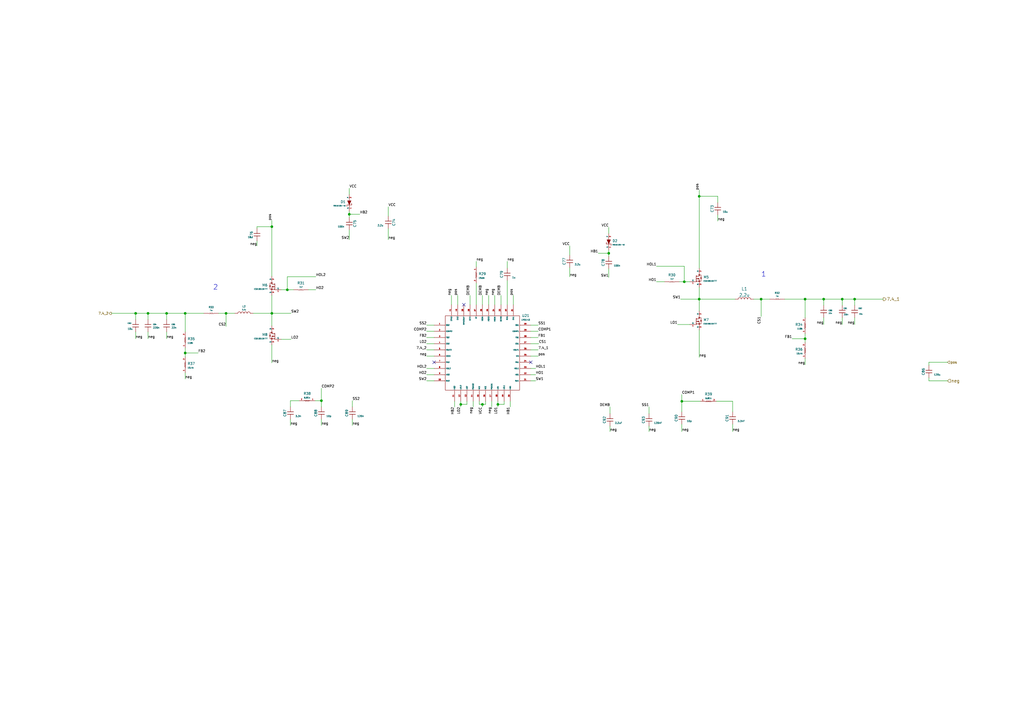
<source format=kicad_sch>
(kicad_sch (version 20211123) (generator eeschema)
  (paper "A3")
  (title_block (title "3D robot project - electronics") (rev "v0.9") (comment 1 "made by:") (comment 2 "AbdAlHaleem Bakkor Mustafa"))
  (lib_symbols
    (symbol "Capacitors:C0603xxxxxxxxxxx" (pin_numbers hide) (pin_names (offset 1.651) hide)
      (property "Reference" "C" (at 0 2.286 0))
      (property "Value" "C0603xxxxxxxxxxx" (at 0 -2.54 0))
      (symbol "C0603xxxxxxxxxxx_1_1"
        (polyline (pts (xy -0.508 -1.27) (xy -0.508 1.27)) (stroke (width 0.2032)))
        (polyline (pts (xy 0.508 -1.27) (xy 0.508 1.27)) (stroke (width 0.2032)))
        (pin unspecified line (at -2.54 0 0) (length 2) (name "") (number "1"))
        (pin unspecified line (at 2.54 0 180) (length 2) (name "2") (number "2"))
      )
    )
    (symbol "Device:L" (pin_numbers hide) (pin_names (offset 1.016) hide)
      (property "Reference" "L" (at -1.27 0 90))
      (property "Value" "L" (at 1.905 0 90))
      (symbol "L_0_1"
        (arc (start 0 -2.54) (mid 0.635 -1.905) (end 0 -1.27))
        (arc (start 0 -1.27) (mid 0.635 -0.635) (end 0 0))
        (arc (start 0 0) (mid 0.635 0.635) (end 0 1.27))
        (arc (start 0 1.27) (mid 0.635 1.905) (end 0 2.54))
      )
      (symbol "L_1_1"
        (pin passive line (at 0 3.81 270) (length 1.27) (name "1") (number "1"))
        (pin passive line (at 0 -3.81 90) (length 1.27) (name "2") (number "2"))
      )
    )
    (symbol "Diodes:RB161QS-40" (pin_names (offset 0))
      (property "Reference" "D" (at 0 2.286 0))
      (property "Value" "RB161QS-40" (at 0 -2.286 0))
      (symbol "RB161QS-40_0_1"
        (polyline (pts (xy 0.762 -0.762) (xy 0.762 0.762) (xy -1.016 0) (xy 0.762 -0.762)) (stroke (width 0.1)) (fill (type outline)))
        (polyline (pts (xy -1.524 -0.762) (xy -1.524 -1.016) (xy -1.016 -1.016) (xy -1.016 1.016) (xy -0.508 1.016) (xy -0.508 0.762)) (stroke (width 0.1524)))
      )
      (symbol "RB161QS-40_1_1"
        (pin unspecified line (at -3.556 0 0) (length 2.5) (name "N") (number "1"))
        (pin unspecified line (at 3.302 0 180) (length 2.5) (name "P") (number "2"))
      )
    )
    (symbol "E-MOSFETs:CSD18510KTTT" (pin_names (offset 0))
      (property "Reference" "M" (at 3.048 0.762 0))
      (property "Value" "CSD18510KTTT" (at 5.334 -0.762 0))
      (symbol "CSD18510KTTT_0_1"
        (circle (center 0 -1.016) (radius 0.254) (stroke (width 0.05)) (fill (type outline)))
        (polyline (pts (xy -1.27 -1.27) (xy -1.27 1.27)) (stroke (width 0.1524)))
        (polyline (pts (xy -1.016 -1.27) (xy -1.016 -0.762)) (stroke (width 0.1524)))
        (polyline (pts (xy -1.016 -0.254) (xy -1.016 0.254)) (stroke (width 0.1524)))
        (polyline (pts (xy -1.016 0.762) (xy -1.016 1.27)) (stroke (width 0.1524)))
        (polyline (pts (xy 0.508 0.508) (xy 1.016 0.508)) (stroke (width 0.1524)))
        (polyline (pts (xy -1.016 1.016) (xy 0 1.016) (xy 0 1.27)) (stroke (width 0.1524)))
        (polyline (pts (xy 0 1.524) (xy 0.762 1.524) (xy 0.762 0.508)) (stroke (width 0.1524)))
        (polyline (pts (xy 0.762 0) (xy 0.762 -1.016) (xy 0 -1.016)) (stroke (width 0.1524)))
        (polyline (pts (xy -1.016 0) (xy 0 0) (xy 0 -1.016) (xy -1.016 -1.016)) (stroke (width 0.1524)))
        (polyline (pts (xy -0.254 0.254) (xy -0.762 0) (xy -0.254 -0.254) (xy -0.254 0.254)) (stroke (width 0.1)) (fill (type outline)))
        (polyline (pts (xy 1.016 0) (xy 0.762 0.508) (xy 0.508 0) (xy 1.016 0)) (stroke (width 0.1)) (fill (type outline)))
        (circle (center 0 1.524) (radius 0.254) (stroke (width 0.01)) (fill (type outline)))
      )
      (symbol "CSD18510KTTT_1_1"
        (pin unspecified line (at -3.81 -1.27 0) (length 2.5) (name "G") (number "1"))
        (pin unspecified line (at 0 4.318 270) (length 2.5) (name "D") (number "2"))
        (pin unspecified line (at 0 -3.556 90) (length 2.5) (name "S") (number "3"))
      )
    )
    (symbol "ICs:LM5143" (pin_names (offset 0.25))
      (property "Reference" "U" (at 14.732 16.002 0))
      (property "Value" "LM5143" (at 14.224 -16.002 0))
      (symbol "LM5143_1_1"
        (rectangle (start -15.24 15.24) (end 15.24 -15.24) (stroke (width 0.1524)))
        (pin bidirectional line (at -19.812 11.43 0) (length 4.5) (name "SS2") (number "1"))
        (pin bidirectional line (at -19.812 -11.43 0) (length 4.5) (name "SW2") (number "10"))
        (pin bidirectional line (at -11.43 -19.812 90) (length 4.5) (name "HB2") (number "11"))
        (pin bidirectional line (at -8.89 -19.812 90) (length 4.5) (name "LOL2") (number "12"))
        (pin bidirectional line (at -6.35 -19.812 90) (length 4.5) (name "LO2") (number "13"))
        (pin power_in line (at -3.81 -19.812 90) (length 4.5) (name "PGND2") (number "14"))
        (pin power_in line (at -1.27 -19.812 90) (length 4.5) (name "VCC") (number "15"))
        (pin power_in line (at 1.27 -19.812 90) (length 4.5) (name "VCC") (number "16"))
        (pin power_in line (at 3.81 -19.812 90) (length 4.5) (name "PGND1") (number "17"))
        (pin bidirectional line (at 6.35 -19.812 90) (length 4.5) (name "LO1") (number "18"))
        (pin bidirectional line (at 8.89 -19.812 90) (length 4.5) (name "LOL1") (number "19"))
        (pin bidirectional line (at -19.812 8.89 0) (length 4.5) (name "COMP2") (number "2"))
        (pin bidirectional line (at 11.43 -19.812 90) (length 4.5) (name "HB1") (number "20"))
        (pin bidirectional line (at 19.812 -11.43 180) (length 4.5) (name "SW1") (number "21"))
        (pin bidirectional line (at 19.812 -8.89 180) (length 4.5) (name "HO1") (number "22"))
        (pin bidirectional line (at 19.812 -6.35 180) (length 4.5) (name "HOL1") (number "23"))
        (pin bidirectional line (at 19.812 -3.81 180) (length 4.5) (name "PG1") (number "24"))
        (pin power_in line (at 19.812 -1.27 180) (length 4.5) (name "VIN") (number "25"))
        (pin output line (at 19.812 1.27 180) (length 4.5) (name "VOUT1") (number "26"))
        (pin bidirectional line (at 19.812 3.81 180) (length 4.5) (name "CS1") (number "27"))
        (pin bidirectional line (at 19.812 6.35 180) (length 4.5) (name "FB1") (number "28"))
        (pin bidirectional line (at 19.812 8.89 180) (length 4.5) (name "COMP1") (number "29"))
        (pin bidirectional line (at -19.812 6.35 0) (length 4.5) (name "FB2") (number "3"))
        (pin bidirectional line (at 19.812 11.43 180) (length 4.5) (name "SS1") (number "30"))
        (pin bidirectional line (at 12.7 19.812 270) (length 4.5) (name "EN1") (number "31"))
        (pin output line (at 10.16 19.812 270) (length 4.5) (name "RES") (number "32"))
        (pin input line (at 7.62 19.812 270) (length 4.5) (name "DEMB") (number "33"))
        (pin input line (at 5.08 19.812 270) (length 4.5) (name "MODE") (number "34"))
        (pin power_in line (at 2.54 19.812 270) (length 4.5) (name "AGND") (number "35"))
        (pin power_in line (at 0 19.812 270) (length 4.5) (name "VDDA") (number "36"))
        (pin input line (at -2.54 19.812 270) (length 4.5) (name "RT") (number "37"))
        (pin input line (at -5.08 19.812 270) (length 4.5) (name "DITH") (number "38"))
        (pin output line (at -7.62 19.812 270) (length 4.5) (name "SYNCOUT") (number "39"))
        (pin bidirectional line (at -19.812 3.81 0) (length 4.5) (name "CS2") (number "4"))
        (pin bidirectional line (at -10.16 19.812 270) (length 4.5) (name "EN2") (number "40"))
        (pin power_in line (at -12.7 19.812 270) (length 4.5) (name "EPAD") (number "41"))
        (pin output line (at -19.812 1.27 0) (length 4.5) (name "VOUT2") (number "5"))
        (pin power_in line (at -19.812 -1.27 0) (length 4.5) (name "VCCX") (number "6"))
        (pin bidirectional line (at -19.812 -3.81 0) (length 4.5) (name "PG2") (number "7"))
        (pin bidirectional line (at -19.812 -6.35 0) (length 4.5) (name "HOL2") (number "8"))
        (pin bidirectional line (at -19.812 -8.89 0) (length 4.5) (name "HO2") (number "9"))
      )
    )
    (symbol "Resistors:MCR03EZPFL" (pin_numbers hide) (pin_names (offset 0) hide)
      (property "Reference" "R" (at 0 1.27 0))
      (property "Value" "MCR03EZPFL" (at 0 -1.27 0))
      (symbol "MCR03EZPFL_0_1"
        (polyline (pts (xy -0.762 -0.254) (xy -1.016 0)) (stroke (width 0.1)))
      )
      (symbol "MCR03EZPFL_1_1"
        (polyline (pts (xy -0.762 -0.254) (xy -0.508 0.254)) (stroke (width 0.1)))
        (polyline (pts (xy -0.508 0.254) (xy -0.254 -0.254)) (stroke (width 0.1)))
        (polyline (pts (xy -0.254 -0.254) (xy 0 0.254)) (stroke (width 0.1)))
        (polyline (pts (xy 0 0.254) (xy 0.254 -0.254)) (stroke (width 0.1)))
        (polyline (pts (xy 0.254 -0.254) (xy 0.508 0.254)) (stroke (width 0.1)))
        (polyline (pts (xy 0.508 0.254) (xy 0.762 -0.254)) (stroke (width 0.1)))
        (polyline (pts (xy 0.762 -0.254) (xy 1.016 0)) (stroke (width 0.1)))
        (pin unspecified line (at -3.048 0 0) (length 2) (name "1") (number "1"))
        (pin unspecified line (at 3.048 0 180) (length 2) (name "2") (number "2"))
      )
    )
    (symbol "Resistors:MCR03EZPFX" (pin_names (offset 0))
      (property "Reference" "R" (at 0 1.778 0))
      (property "Value" "MCR03EZPFX" (at 0 -2.032 0))
      (symbol "MCR03EZPFX_0_1"
        (polyline (pts (xy -1.27 0) (xy -1.016 -0.254) (xy -0.762 0.254) (xy -0.508 -0.254) (xy -0.254 0.254) (xy 0 -0.254) (xy 0.254 0.254) (xy 0.508 -0.254) (xy 0.762 0.254) (xy 1.016 -0.254) (xy 1.27 0)) (stroke (width 0.1524)))
      )
      (symbol "MCR03EZPFX_1_1"
        (pin passive line (at -3.302 0 0) (length 2) (name "") (number "1"))
        (pin passive line (at 3.302 0 180) (length 2) (name "") (number "2"))
      )
    )
    (symbol "Resistors:UCR18EVH" (pin_numbers hide) (pin_names (offset 0) hide)
      (property "Reference" "R" (at 0 1.524 0))
      (property "Value" "UCR18EVH" (at 0 -1.778 0))
      (symbol "UCR18EVH_0_1"
        (polyline (pts (xy -0.762 -0.254) (xy -1.016 0)) (stroke (width 0.1)))
      )
      (symbol "UCR18EVH_1_1"
        (polyline (pts (xy -0.762 -0.254) (xy -0.508 0.254)) (stroke (width 0.1)))
        (polyline (pts (xy -0.508 0.254) (xy -0.254 -0.254)) (stroke (width 0.1)))
        (polyline (pts (xy -0.254 -0.254) (xy 0 0.254)) (stroke (width 0.1)))
        (polyline (pts (xy 0 0.254) (xy 0.254 -0.254)) (stroke (width 0.1)))
        (polyline (pts (xy 0.254 -0.254) (xy 0.508 0.254)) (stroke (width 0.1)))
        (polyline (pts (xy 0.508 0.254) (xy 0.762 -0.254)) (stroke (width 0.1)))
        (polyline (pts (xy 0.762 -0.254) (xy 1.016 0)) (stroke (width 0.1)))
        (pin unspecified line (at -3.048 0 0) (length 2) (name "") (number "1"))
        (pin unspecified line (at 3.048 0 180) (length 2) (name "") (number "2"))
      )
    )
  )
  (junction (at 111.506 128.524))
  (junction (at 143.256 87.884))
  (junction (at 286.766 122.682))
  (junction (at 204.216 165.862))
  (junction (at 279.654 164.592))
  (junction (at 345.44 122.682))
  (junction (at 330.2 122.682))
  (junction (at 75.946 144.78))
  (junction (at 188.976 165.862))
  (junction (at 197.866 165.862))
  (junction (at 350.52 122.682))
  (junction (at 92.71 128.524))
  (junction (at 312.166 122.682))
  (junction (at 280.67 115.57))
  (junction (at 60.706 128.524))
  (junction (at 337.82 122.682))
  (junction (at 111.506 92.964))
  (junction (at 117.856 118.872))
  (junction (at 55.626 128.524))
  (junction (at 286.766 80.518))
  (junction (at 330.2 138.938))
  (junction (at 75.946 128.524))
  (junction (at 131.826 164.338))
  (junction (at 249.682 103.886))
  (junction (at 68.326 128.524))
  (no_connect (at 178.054 148.59))
  (no_connect (at 217.678 148.59))
  (no_connect (at 190.246 124.968))
  (wire (pts (xy 115.316 139.192) (xy 119.38 139.192)))
  (wire (pts (xy 68.326 128.524) (xy 75.946 128.524)))
  (wire (pts (xy 111.506 128.524) (xy 119.38 128.524)))
  (wire (pts (xy 119.126 164.338) (xy 122.682 164.338)))
  (wire (pts (xy 350.52 122.682) (xy 362.204 122.682)))
  (wire (pts (xy 330.2 147.066) (xy 330.2 149.606)))
  (wire (pts (xy 280.67 109.22) (xy 269.24 109.22)))
  (wire (pts (xy 217.678 153.67) (xy 219.71 153.67)))
  (wire (pts (xy 330.2 138.938) (xy 330.2 140.462)))
  (wire (pts (xy 330.2 122.682) (xy 337.82 122.682)))
  (wire (pts (xy 131.826 171.958) (xy 131.826 174.498)))
  (wire (pts (xy 75.946 128.524) (xy 75.946 136.144)))
  (wire (pts (xy 117.856 118.872) (xy 117.856 113.538)))
  (wire (pts (xy 175.006 138.43) (xy 178.054 138.43)))
  (wire (pts (xy 197.866 165.862) (xy 197.866 166.878)))
  (wire (pts (xy 286.766 117.856) (xy 286.766 122.682)))
  (wire (pts (xy 208.026 107.188) (xy 208.026 109.982)))
  (wire (pts (xy 269.24 115.57) (xy 272.542 115.57)))
  (wire (pts (xy 115.316 118.872) (xy 117.856 118.872)))
  (wire (pts (xy 105.41 93.726) (xy 105.41 92.964)))
  (wire (pts (xy 309.118 122.682) (xy 312.166 122.682)))
  (wire (pts (xy 249.682 110.236) (xy 249.682 113.792)))
  (wire (pts (xy 75.946 128.524) (xy 83.566 128.524)))
  (wire (pts (xy 217.678 156.21) (xy 219.71 156.21)))
  (wire (pts (xy 388.62 156.21) (xy 381 156.21)))
  (wire (pts (xy 175.006 143.51) (xy 178.054 143.51)))
  (wire (pts (xy 208.026 115.062) (xy 208.026 124.968)))
  (wire (pts (xy 217.678 138.43) (xy 220.726 138.43)))
  (wire (pts (xy 300.482 173.99) (xy 300.482 177.038)))
  (wire (pts (xy 105.41 92.964) (xy 111.506 92.964)))
  (wire (pts (xy 196.596 164.592) (xy 196.596 165.862)))
  (wire (pts (xy 55.626 136.144) (xy 55.626 138.938)))
  (wire (pts (xy 350.52 122.682) (xy 350.52 125.222)))
  (wire (pts (xy 201.676 164.592) (xy 201.676 166.878)))
  (wire (pts (xy 175.006 156.21) (xy 178.054 156.21)))
  (wire (pts (xy 103.886 128.524) (xy 111.506 128.524)))
  (wire (pts (xy 143.256 77.216) (xy 143.256 79.756)))
  (wire (pts (xy 143.256 86.614) (xy 143.256 87.884)))
  (wire (pts (xy 286.766 80.518) (xy 286.766 109.982)))
  (wire (pts (xy 205.486 121.158) (xy 205.486 124.968)))
  (wire (pts (xy 119.126 166.878) (xy 119.126 164.338)))
  (wire (pts (xy 300.482 164.592) (xy 300.482 168.91)))
  (wire (pts (xy 111.506 141.478) (xy 111.506 148.844)))
  (wire (pts (xy 92.71 128.524) (xy 92.71 133.858)))
  (wire (pts (xy 337.82 122.682) (xy 337.82 125.222)))
  (wire (pts (xy 60.706 136.144) (xy 60.706 138.938)))
  (wire (pts (xy 321.818 122.682) (xy 330.2 122.682)))
  (wire (pts (xy 199.136 164.592) (xy 199.136 165.862)))
  (wire (pts (xy 266.192 174.752) (xy 266.192 177.038)))
  (wire (pts (xy 286.766 77.978) (xy 286.766 80.518)))
  (wire (pts (xy 89.662 128.524) (xy 92.71 128.524)))
  (wire (pts (xy 197.866 165.862) (xy 199.136 165.862)))
  (wire (pts (xy 294.386 83.058) (xy 294.386 80.518)))
  (wire (pts (xy 144.526 164.338) (xy 144.526 166.878)))
  (wire (pts (xy 187.706 121.158) (xy 187.706 124.968)))
  (wire (pts (xy 202.946 121.158) (xy 202.946 124.968)))
  (wire (pts (xy 330.2 136.906) (xy 330.2 138.938)))
  (wire (pts (xy 277.876 133.096) (xy 282.956 133.096)))
  (wire (pts (xy 287.274 164.592) (xy 279.654 164.592)))
  (wire (pts (xy 217.678 135.89) (xy 220.726 135.89)))
  (wire (pts (xy 388.62 148.59) (xy 381 148.59)))
  (wire (pts (xy 345.44 122.682) (xy 345.44 125.222)))
  (wire (pts (xy 209.296 164.592) (xy 209.296 166.878)))
  (wire (pts (xy 195.326 107.188) (xy 195.326 109.474)))
  (wire (pts (xy 250.19 174.752) (xy 250.19 177.038)))
  (wire (pts (xy 217.678 146.05) (xy 220.726 146.05)))
  (wire (pts (xy 159.258 84.836) (xy 159.258 88.646)))
  (wire (pts (xy 55.626 128.524) (xy 60.706 128.524)))
  (wire (pts (xy 119.126 171.958) (xy 119.126 174.498)))
  (wire (pts (xy 249.682 102.616) (xy 249.682 103.886)))
  (wire (pts (xy 111.506 128.524) (xy 111.506 133.604)))
  (wire (pts (xy 293.878 164.592) (xy 300.482 164.592)))
  (wire (pts (xy 286.766 135.382) (xy 286.766 146.558)))
  (wire (pts (xy 126.492 118.872) (xy 129.54 118.872)))
  (wire (pts (xy 117.856 118.872) (xy 120.396 118.872)))
  (wire (pts (xy 144.526 171.958) (xy 144.526 174.498)))
  (wire (pts (xy 188.976 165.862) (xy 191.516 165.862)))
  (wire (pts (xy 92.71 128.524) (xy 96.266 128.524)))
  (wire (pts (xy 279.654 161.798) (xy 279.654 164.592)))
  (wire (pts (xy 279.654 164.592) (xy 279.654 168.91)))
  (wire (pts (xy 197.866 121.158) (xy 197.866 124.968)))
  (wire (pts (xy 280.67 115.57) (xy 282.956 115.57)))
  (wire (pts (xy 279.146 122.682) (xy 286.766 122.682)))
  (wire (pts (xy 159.258 93.726) (xy 159.258 98.298)))
  (wire (pts (xy 250.19 166.878) (xy 250.19 169.672)))
  (wire (pts (xy 345.44 130.302) (xy 345.44 133.096)))
  (wire (pts (xy 111.506 92.964) (xy 111.506 113.284)))
  (wire (pts (xy 60.706 128.524) (xy 60.706 131.064)))
  (wire (pts (xy 75.946 144.78) (xy 81.28 144.78)))
  (wire (pts (xy 210.566 121.158) (xy 210.566 124.968)))
  (wire (pts (xy 266.192 166.878) (xy 266.192 169.672)))
  (wire (pts (xy 249.682 93.218) (xy 249.682 95.758)))
  (wire (pts (xy 75.946 142.748) (xy 75.946 144.78)))
  (wire (pts (xy 75.946 152.908) (xy 75.946 155.448)))
  (wire (pts (xy 111.506 90.424) (xy 111.506 92.964)))
  (wire (pts (xy 312.166 122.682) (xy 315.722 122.682)))
  (wire (pts (xy 381 148.59) (xy 381 149.86)))
  (wire (pts (xy 278.638 115.57) (xy 280.67 115.57)))
  (wire (pts (xy 245.364 103.886) (xy 249.682 103.886)))
  (wire (pts (xy 175.006 151.13) (xy 178.054 151.13)))
  (wire (pts (xy 206.756 165.862) (xy 204.216 165.862)))
  (wire (pts (xy 192.786 121.158) (xy 192.786 124.968)))
  (wire (pts (xy 175.006 153.67) (xy 178.054 153.67)))
  (wire (pts (xy 337.82 130.302) (xy 337.82 133.096)))
  (wire (pts (xy 143.256 87.884) (xy 143.256 89.154)))
  (wire (pts (xy 196.596 165.862) (xy 197.866 165.862)))
  (wire (pts (xy 111.506 121.158) (xy 111.506 128.524)))
  (wire (pts (xy 68.326 136.144) (xy 68.326 138.938)))
  (wire (pts (xy 45.72 128.524) (xy 55.626 128.524)))
  (wire (pts (xy 200.406 121.158) (xy 200.406 124.968)))
  (wire (pts (xy 131.826 164.338) (xy 131.826 166.878)))
  (wire (pts (xy 217.678 133.35) (xy 220.726 133.35)))
  (wire (pts (xy 175.006 133.35) (xy 178.054 133.35)))
  (wire (pts (xy 286.766 122.682) (xy 301.498 122.682)))
  (wire (pts (xy 381 154.94) (xy 381 156.21)))
  (wire (pts (xy 233.68 100.838) (xy 233.68 104.648)))
  (wire (pts (xy 330.2 122.682) (xy 330.2 130.302)))
  (wire (pts (xy 206.756 164.592) (xy 206.756 165.862)))
  (wire (pts (xy 217.678 140.97) (xy 220.98 140.97)))
  (wire (pts (xy 286.766 122.682) (xy 286.766 127.508)))
  (wire (pts (xy 217.678 143.51) (xy 220.726 143.51)))
  (wire (pts (xy 175.006 135.89) (xy 178.054 135.89)))
  (wire (pts (xy 175.006 146.05) (xy 178.054 146.05)))
  (wire (pts (xy 188.976 165.862) (xy 188.976 166.878)))
  (wire (pts (xy 350.52 130.302) (xy 350.52 133.096)))
  (wire (pts (xy 249.682 103.886) (xy 249.682 105.156)))
  (wire (pts (xy 117.856 113.538) (xy 129.54 113.538)))
  (wire (pts (xy 194.056 164.592) (xy 194.056 166.878)))
  (wire (pts (xy 233.68 109.728) (xy 233.68 113.538)))
  (wire (pts (xy 294.386 80.518) (xy 286.766 80.518)))
  (wire (pts (xy 191.516 165.862) (xy 191.516 164.592)))
  (wire (pts (xy 204.216 165.862) (xy 204.216 166.878)))
  (wire (pts (xy 75.946 144.78) (xy 75.946 146.304)))
  (wire (pts (xy 188.976 164.592) (xy 188.976 165.862)))
  (wire (pts (xy 345.44 122.682) (xy 350.52 122.682)))
  (wire (pts (xy 143.256 94.234) (xy 143.256 98.298)))
  (wire (pts (xy 55.626 128.524) (xy 55.626 131.064)))
  (wire (pts (xy 330.2 138.938) (xy 324.866 138.938)))
  (wire (pts (xy 129.286 164.338) (xy 131.826 164.338)))
  (wire (pts (xy 105.41 98.806) (xy 105.41 100.838)))
  (wire (pts (xy 280.67 115.57) (xy 280.67 109.22)))
  (wire (pts (xy 204.216 164.592) (xy 204.216 165.862)))
  (wire (pts (xy 60.706 128.524) (xy 68.326 128.524)))
  (wire (pts (xy 312.166 122.682) (xy 312.166 129.794)))
  (wire (pts (xy 217.678 151.13) (xy 219.71 151.13)))
  (wire (pts (xy 195.326 116.078) (xy 195.326 124.968)))
  (wire (pts (xy 185.166 121.158) (xy 185.166 124.968)))
  (wire (pts (xy 131.826 159.258) (xy 131.826 164.338)))
  (wire (pts (xy 337.82 122.682) (xy 345.44 122.682)))
  (wire (pts (xy 294.386 88.138) (xy 294.386 90.678)))
  (wire (pts (xy 147.574 87.884) (xy 143.256 87.884)))
  (wire (pts (xy 186.436 164.592) (xy 186.436 166.878)))
  (wire (pts (xy 175.006 140.97) (xy 178.054 140.97)))
  (wire (pts (xy 68.326 128.524) (xy 68.326 131.064)))
  (wire (pts (xy 279.654 173.99) (xy 279.654 177.038)))
  (text "2" (at 87.376 119.126 0) (effects (font (size 2 2)) (justify left bottom)))
  (text "1" (at 312.166 113.792 0) (effects (font (size 2 2)) (justify left bottom)))
  (label "COMP1" (at 279.654 161.798 0) (effects (font (size 1 1))))
  (label "SS2" (at 144.526 164.338 0) (effects (font (size 1 1))))
  (label "pos" (at 210.566 121.158 90) (effects (font (size 1 1))))
  (label "neg" (at 330.2 149.606 180) (effects (font (size 1 1))))
  (label "neg" (at 60.706 138.938 0) (effects (font (size 1 1))))
  (label "DEMB" (at 205.486 121.158 90) (effects (font (size 1 1))))
  (label "neg" (at 200.406 121.158 90) (effects (font (size 1 1))))
  (label "SS1" (at 266.192 166.878 180) (effects (font (size 1 1))))
  (label "neg" (at 75.946 155.448 0) (effects (font (size 1 1))))
  (label "FB1" (at 220.726 138.43 0) (effects (font (size 1 1))))
  (label "neg" (at 279.654 177.038 0) (effects (font (size 1 1))))
  (label "COMP2" (at 175.006 135.89 180) (effects (font (size 1 1))))
  (label "HO2" (at 175.006 153.67 180) (effects (font (size 1 1))))
  (label "HO2" (at 129.54 118.872 0) (effects (font (size 1 1))))
  (label "DEMB" (at 192.786 121.158 90) (effects (font (size 1 1))))
  (label "COMP2" (at 131.826 159.258 0) (effects (font (size 1 1))))
  (label "CS2" (at 92.71 133.858 180) (effects (font (size 1 1))))
  (label "neg" (at 233.68 113.538 0) (effects (font (size 1 1))))
  (label "HOL1" (at 219.71 151.13 0) (effects (font (size 1 1))))
  (label "neg" (at 119.126 174.498 0) (effects (font (size 1 1))))
  (label "neg" (at 55.626 138.938 0) (effects (font (size 1 1))))
  (label "SW2" (at 143.256 98.298 180) (effects (font (size 1 1))))
  (label "neg" (at 266.192 177.038 0) (effects (font (size 1 1))))
  (label "SS2" (at 175.006 133.35 180) (effects (font (size 1 1))))
  (label "neg" (at 195.326 107.188 0) (effects (font (size 1 1))))
  (label "neg" (at 294.386 90.678 0) (effects (font (size 1 1))))
  (label "neg" (at 185.166 121.158 90) (effects (font (size 1 1))))
  (label "neg" (at 337.82 133.096 180) (effects (font (size 1 1))))
  (label "SW1" (at 219.71 156.21 0) (effects (font (size 1 1))))
  (label "HO1" (at 269.24 115.57 180) (effects (font (size 1 1))))
  (label "neg" (at 159.258 98.298 0) (effects (font (size 1 1))))
  (label "FB2" (at 175.006 138.43 180) (effects (font (size 1 1))))
  (label "neg" (at 286.766 146.558 0) (effects (font (size 1 1))))
  (label "neg" (at 144.526 174.498 0) (effects (font (size 1 1))))
  (label "SW1" (at 249.682 113.792 180) (effects (font (size 1 1))))
  (label "neg" (at 345.44 133.096 180) (effects (font (size 1 1))))
  (label "pos" (at 111.506 90.424 90) (effects (font (size 1 1))))
  (label "LO1" (at 204.216 166.878 270) (effects (font (size 1 1))))
  (label "FB1" (at 324.866 138.938 180) (effects (font (size 1 1))))
  (label "DEMB" (at 197.866 121.158 90) (effects (font (size 1 1))))
  (label "FB2" (at 81.28 144.78 0) (effects (font (size 1 1))))
  (label "neg" (at 250.19 177.038 0) (effects (font (size 1 1))))
  (label "neg" (at 208.026 107.188 0) (effects (font (size 1 1))))
  (label "CS1" (at 220.98 140.97 0) (effects (font (size 1 1))))
  (label "DEMB" (at 250.19 166.878 180) (effects (font (size 1 1))))
  (label "SS1" (at 220.726 133.35 0) (effects (font (size 1 1))))
  (label "pos" (at 286.766 77.978 90) (effects (font (size 1 1))))
  (label "HO1" (at 219.71 153.67 0) (effects (font (size 1 1))))
  (label "LO2" (at 175.006 140.97 180) (effects (font (size 1 1))))
  (label "neg" (at 105.41 100.838 180) (effects (font (size 1 1))))
  (label "HOL1" (at 269.24 109.22 180) (effects (font (size 1 1))))
  (label "pos" (at 220.726 146.05 0) (effects (font (size 1 1))))
  (label "neg" (at 68.326 138.938 0) (effects (font (size 1 1))))
  (label "CS1" (at 312.166 129.794 270) (effects (font (size 1 1))))
  (label "neg" (at 111.506 148.844 0) (effects (font (size 1 1))))
  (label "LO2" (at 119.38 139.192 0) (effects (font (size 1 1))))
  (label "HB2" (at 147.574 87.884 0) (effects (font (size 1 1))))
  (label "COMP1" (at 220.726 135.89 0) (effects (font (size 1 1))))
  (label "VCC" (at 197.866 166.878 270) (effects (font (size 1 1))))
  (label "SW1" (at 279.146 122.682 180) (effects (font (size 1 1))))
  (label "neg" (at 300.482 177.038 0) (effects (font (size 1 1))))
  (label "VCC" (at 143.256 77.216 0) (effects (font (size 1 1))))
  (label "neg" (at 131.826 174.498 0) (effects (font (size 1 1))))
  (label "neg" (at 175.006 146.05 180) (effects (font (size 1 1))))
  (label "neg" (at 201.676 166.878 270) (effects (font (size 1 1))))
  (label "HOL2" (at 129.54 113.538 0) (effects (font (size 1 1))))
  (label "HB2" (at 186.436 166.878 270) (effects (font (size 1 1))))
  (label "HB1" (at 245.364 103.886 180) (effects (font (size 1 1))))
  (label "neg" (at 194.056 166.878 270) (effects (font (size 1 1))))
  (label "LO2" (at 188.976 166.878 270) (effects (font (size 1 1))))
  (label "HOL2" (at 175.006 151.13 180) (effects (font (size 1 1))))
  (label "pos" (at 187.706 121.158 90) (effects (font (size 1 1))))
  (label "VCC" (at 159.258 84.836 0) (effects (font (size 1 1))))
  (label "7.4_2" (at 175.006 143.51 180) (effects (font (size 1 1))))
  (label "LO1" (at 277.876 133.096 180) (effects (font (size 1 1))))
  (label "neg" (at 350.52 133.096 180) (effects (font (size 1 1))))
  (label "SW2" (at 119.38 128.524 0) (effects (font (size 1 1))))
  (label "7.4_1" (at 220.726 143.51 0) (effects (font (size 1 1))))
  (label "HB1" (at 209.296 166.878 270) (effects (font (size 1 1))))
  (label "neg" (at 202.946 121.158 90) (effects (font (size 1 1))))
  (label "VCC" (at 249.682 93.218 180) (effects (font (size 1 1))))
  (label "SW2" (at 175.006 156.21 180) (effects (font (size 1 1))))
  (label "VCC" (at 233.68 100.838 180) (effects (font (size 1 1))))
  (hierarchical_label "7.4_1" (shape output) (at 362.204 122.682 0))
  (hierarchical_label "neg" (shape input) (at 388.62 156.21 0))
  (hierarchical_label "7.4_2" (shape output) (at 45.72 128.524 180) (effects (font (size 1 1))))
  (hierarchical_label "pos" (shape input) (at 388.62 148.59 0) (effects (font (size 1 1))))
  (symbol (lib_id "Capacitors:C0603xxxxxxxxxxx") (at 279.654 171.45 90) (unit 1)
    (property "Reference" "C90" (at 277.368 171.45 0) (effects (font (size 1 1))))
    (property "Value" "10p" (at 281.6606 172.7149 90) (effects (font (size 0.7 0.7)) (justify right)))
    (property "Footprint" "Capacitors:C0603X105J4RACTU" (effects hide))
    (property "Datasheet" "https://connect.kemet.com:7667/gateway/IntelliData-ComponentDocumentation/1.0/download/datasheet/C0603X105J4RACTU.pdf" (effects hide))
  )
  (symbol (lib_id "Capacitors:C0603xxxxxxxxxxx") (at 250.19 172.212 90) (unit 1)
    (property "Reference" "C92" (at 247.904 172.212 0) (effects (font (size 1 1))))
    (property "Value" "2.2uF" (at 252.1966 173.4769 90) (effects (font (size 0.7 0.7)) (justify right)))
    (property "Footprint" "Capacitors:C0603X105J4RACTU" (effects hide))
    (property "Datasheet" "https://connect.kemet.com:7667/gateway/IntelliData-ComponentDocumentation/1.0/download/datasheet/C0603X105J4RACTU.pdf" (effects hide))
  )
  (symbol (lib_id "Capacitors:C0603xxxxxxxxxxx") (at 208.026 112.522 90) (unit 1)
    (property "Reference" "C79" (at 205.74 112.522 0) (effects (font (size 1 1))))
    (property "Value" "1u" (at 210.0326 113.7869 90) (effects (font (size 0.7 0.7)) (justify right)))
    (property "Footprint" "Capacitors:C0603X105J4RACTU" (effects hide))
    (property "Datasheet" "https://connect.kemet.com:7667/gateway/IntelliData-ComponentDocumentation/1.0/download/datasheet/C0603X105J4RACTU.pdf" (effects hide))
  )
  (symbol (lib_id "Diodes:RB161QS-40") (at 143.256 83.058 270) (mirror x) (unit 1)
    (property "Reference" "D1" (at 141.7828 82.7895 90) (effects (font (size 1 1)) (justify right)))
    (property "Value" "RB161QS-40" (at 141.7828 84.3917 90) (effects (font (size 0.5 0.5)) (justify right)))
    (property "Footprint" "Diodes:RB161QS-40T18R" (effects hide))
    (property "Datasheet" "https://fscdn.rohm.com/en/products/databook/datasheet/discrete/diode/schottky_barrier/rb161qs-40-e.pdf" (effects hide))
    (property "Spice_Primitive" "D" (effects hide))
    (property "Spice_Model" "RB161QS-40" (effects hide))
    (property "Spice_Netlist_Enabled" "Y" (effects hide))
    (property "Spice_Node_Sequence" "2 1" (effects hide))
    (property "Spice_Lib_File" "/home/abode/data/work/circuits_design/ngspice/vendors/Diodes.lib" (effects hide))
  )
  (symbol (lib_id "E-MOSFETs:CSD18510KTTT") (at 286.766 131.826 0) (unit 1)
    (property "Reference" "M7" (at 288.4932 131.1845 0) (effects (font (size 1 1)) (justify left)))
    (property "Value" "CSD18510KTTT" (at 288.4932 132.7867 0) (effects (font (size 0.5 0.5)) (justify left)))
    (property "Footprint" "E-MOSFETs:CSD18510KTTT" (effects hide))
    (property "Datasheet" "https://www.ti.com/lit/gpn/csd18510ktt" (effects hide))
    (property "Spice_Primitive" "X" (effects hide))
    (property "Spice_Model" "csd18510ktt" (effects hide))
    (property "Spice_Netlist_Enabled" "Y" (effects hide))
    (property "Spice_Lib_File" "/home/abode/data/work/circuits_design/ngspice/vendors/E-MOSFETs.lib" (effects hide))
    (property "Spice_Node_Sequence" "2 1 3" (effects hide))
  )
  (symbol (lib_id "Capacitors:C0603xxxxxxxxxxx") (at 350.52 127.762 270) (mirror x) (unit 1)
    (property "Reference" "C82" (at 352.806 126.492 90) (effects (font (size 0.5 0.5))))
    (property "Value" "10u" (at 352.298 128.778 90) (effects (font (size 0.5 0.5)) (justify left)))
    (property "Footprint" "Capacitors:C0603X105J4RACTU" (effects hide))
    (property "Datasheet" "https://connect.kemet.com:7667/gateway/IntelliData-ComponentDocumentation/1.0/download/datasheet/C0603X105J4RACTU.pdf" (effects hide))
  )
  (symbol (lib_id "Diodes:RB161QS-40") (at 249.682 99.06 90) (unit 1)
    (property "Reference" "D2" (at 251.1552 98.7915 90) (effects (font (size 1 1)) (justify right)))
    (property "Value" "RB161QS-40" (at 251.1552 100.3937 90) (effects (font (size 0.5 0.5)) (justify right)))
    (property "Footprint" "Diodes:RB161QS-40T18R" (effects hide))
    (property "Datasheet" "https://fscdn.rohm.com/en/products/databook/datasheet/discrete/diode/schottky_barrier/rb161qs-40-e.pdf" (effects hide))
    (property "Spice_Primitive" "D" (effects hide))
    (property "Spice_Model" "RB161QS-40" (effects hide))
    (property "Spice_Netlist_Enabled" "Y" (effects hide))
    (property "Spice_Node_Sequence" "2 1" (effects hide))
    (property "Spice_Lib_File" "/home/abode/data/work/circuits_design/ngspice/vendors/Diodes.lib" (effects hide))
  )
  (symbol (lib_id "E-MOSFETs:CSD18510KTTT") (at 111.506 117.602 0) (mirror y) (unit 1)
    (property "Reference" "M6" (at 109.7789 116.9605 0) (effects (font (size 1 1)) (justify left)))
    (property "Value" "CSD18510KTTT" (at 109.7789 118.5627 0) (effects (font (size 0.5 0.5)) (justify left)))
    (property "Footprint" "E-MOSFETs:CSD18510KTTT" (effects hide))
    (property "Datasheet" "https://www.ti.com/lit/gpn/csd18510ktt" (effects hide))
    (property "Spice_Primitive" "X" (effects hide))
    (property "Spice_Model" "csd18510ktt" (effects hide))
    (property "Spice_Netlist_Enabled" "Y" (effects hide))
    (property "Spice_Lib_File" "/home/abode/data/work/circuits_design/ngspice/vendors/E-MOSFETs.lib" (effects hide))
    (property "Spice_Node_Sequence" "2 1 3" (effects hide))
  )
  (symbol (lib_id "Capacitors:C0603xxxxxxxxxxx") (at 159.258 91.186 270) (mirror x) (unit 1)
    (property "Reference" "C74" (at 161.544 91.186 0) (effects (font (size 1 1))))
    (property "Value" "2.2u" (at 157.2514 92.4509 90) (effects (font (size 0.7 0.7)) (justify right)))
    (property "Footprint" "Capacitors:C0603X105J4RACTU" (effects hide))
    (property "Datasheet" "https://connect.kemet.com:7667/gateway/IntelliData-ComponentDocumentation/1.0/download/datasheet/C0603X105J4RACTU.pdf" (effects hide))
  )
  (symbol (lib_id "Capacitors:C0603xxxxxxxxxxx") (at 55.626 133.604 90) (unit 1)
    (property "Reference" "C83" (at 52.324 132.588 90) (effects (font (size 0.5 0.5)) (justify right)))
    (property "Value" "10u" (at 52.324 134.874 90) (effects (font (size 0.7 0.7)) (justify right)))
    (property "Footprint" "Capacitors:C0603X105J4RACTU" (effects hide))
    (property "Datasheet" "https://connect.kemet.com:7667/gateway/IntelliData-ComponentDocumentation/1.0/download/datasheet/C0603X105J4RACTU.pdf" (effects hide))
  )
  (symbol (lib_id "Resistors:MCR03EZPFX") (at 290.576 164.592 0) (unit 1)
    (property "Reference" "R39" (at 290.576 161.6784 0) (effects (font (size 1 1))))
    (property "Value" "6.81k" (at 290.576 163.3705 0) (effects (font (size 0.6 0.6))))
    (property "Footprint" "Resistors:MCR03EZPFX" (effects hide))
    (property "Datasheet" "https://fscdn.rohm.com/en/products/databook/datasheet/passive/resistor/chip_resistor/mcr-e.pdf" (effects hide))
  )
  (symbol (lib_id "Resistors:UCR18EVH") (at 318.77 122.682 0) (unit 1)
    (property "Reference" "R32" (at 318.77 120.1757 0) (effects (font (size 0.7 0.7))))
    (property "Value" "7m" (at 318.77 121.5082 0) (effects (font (size 0.5 0.5))))
    (property "Footprint" "Resistors:UCR18EVH" (effects hide))
    (property "Datasheet" "https://fscdn.rohm.com/en/products/databook/datasheet/passive/resistor/chip_resistor/ucr-e.pdf" (effects hide))
  )
  (symbol (lib_id "Capacitors:C0603xxxxxxxxxxx") (at 337.82 127.762 270) (mirror x) (unit 1)
    (property "Reference" "C80" (at 339.8266 127.3564 90) (effects (font (size 0.5 0.5)) (justify left)))
    (property "Value" "22n" (at 339.8266 128.5092 90) (effects (font (size 0.5 0.5)) (justify left)))
    (property "Footprint" "Capacitors:C0603X105J4RACTU" (effects hide))
    (property "Datasheet" "https://connect.kemet.com:7667/gateway/IntelliData-ComponentDocumentation/1.0/download/datasheet/C0603X105J4RACTU.pdf" (effects hide))
  )
  (symbol (lib_id "Resistors:MCR03EZPFL") (at 275.59 115.57 0) (unit 1)
    (property "Reference" "R30" (at 275.59 112.794 0) (effects (font (size 1 1))))
    (property "Value" "2.2" (at 275.59 114.3962 0) (effects (font (size 0.5 0.5))))
    (property "Footprint" "Resistors:MCR03EZPFL" (effects hide))
    (property "Datasheet" "https://fscdn.rohm.com/en/products/databook/datasheet/passive/resistor/chip_resistor/mcr-low-e.pdf" (effects hide))
  )
  (symbol (lib_id "Capacitors:C0603xxxxxxxxxxx") (at 345.44 127.762 270) (mirror x) (unit 1)
    (property "Reference" "C81" (at 346.71 126.492 90) (effects (font (size 0.5 0.5))))
    (property "Value" "220n" (at 347.98 129.032 90) (effects (font (size 0.5 0.5)) (justify right)))
    (property "Footprint" "Capacitors:C0603X105J4RACTU" (effects hide))
    (property "Datasheet" "https://connect.kemet.com:7667/gateway/IntelliData-ComponentDocumentation/1.0/download/datasheet/C0603X105J4RACTU.pdf" (effects hide))
  )
  (symbol (lib_id "Capacitors:C0603xxxxxxxxxxx") (at 294.386 85.598 90) (unit 1)
    (property "Reference" "C73" (at 292.1 85.598 0) (effects (font (size 1 1))))
    (property "Value" "10u" (at 296.3926 86.8629 90) (effects (font (size 0.7 0.7)) (justify right)))
    (property "Footprint" "Capacitors:C0603X105J4RACTU" (effects hide))
    (property "Datasheet" "https://connect.kemet.com:7667/gateway/IntelliData-ComponentDocumentation/1.0/download/datasheet/C0603X105J4RACTU.pdf" (effects hide))
  )
  (symbol (lib_id "Capacitors:C0603xxxxxxxxxxx") (at 131.826 169.418 90) (unit 1)
    (property "Reference" "C88" (at 129.54 169.418 0) (effects (font (size 1 1))))
    (property "Value" "10p" (at 133.8326 170.6829 90) (effects (font (size 0.7 0.7)) (justify right)))
    (property "Footprint" "Capacitors:C0603X105J4RACTU" (effects hide))
    (property "Datasheet" "https://connect.kemet.com:7667/gateway/IntelliData-ComponentDocumentation/1.0/download/datasheet/C0603X105J4RACTU.pdf" (effects hide))
  )
  (symbol (lib_id "Capacitors:C0603xxxxxxxxxxx") (at 233.68 107.188 90) (unit 1)
    (property "Reference" "C77" (at 231.394 107.188 0) (effects (font (size 1 1))))
    (property "Value" "2.2u" (at 235.6866 108.4529 90) (effects (font (size 0.7 0.7)) (justify right)))
    (property "Footprint" "Capacitors:C0603X105J4RACTU" (effects hide))
    (property "Datasheet" "https://connect.kemet.com:7667/gateway/IntelliData-ComponentDocumentation/1.0/download/datasheet/C0603X105J4RACTU.pdf" (effects hide))
  )
  (symbol (lib_id "Resistors:MCR03EZPFX") (at 330.2 143.764 270) (mirror x) (unit 1)
    (property "Reference" "R36" (at 329.2348 143.3027 90) (effects (font (size 1 1)) (justify right)))
    (property "Value" "10.4k" (at 329.2348 144.9948 90) (effects (font (size 0.6 0.6)) (justify right)))
    (property "Footprint" "Resistors:MCR03EZPFX" (effects hide))
    (property "Datasheet" "https://fscdn.rohm.com/en/products/databook/datasheet/passive/resistor/chip_resistor/mcr-e.pdf" (effects hide))
  )
  (symbol (lib_id "Capacitors:C0603xxxxxxxxxxx") (at 144.526 169.418 90) (unit 1)
    (property "Reference" "C89" (at 142.24 169.418 0) (effects (font (size 1 1))))
    (property "Value" "120n" (at 146.5326 170.6829 90) (effects (font (size 0.7 0.7)) (justify right)))
    (property "Footprint" "Capacitors:C0603X105J4RACTU" (effects hide))
    (property "Datasheet" "https://connect.kemet.com:7667/gateway/IntelliData-ComponentDocumentation/1.0/download/datasheet/C0603X105J4RACTU.pdf" (effects hide))
  )
  (symbol (lib_id "Capacitors:C0603xxxxxxxxxxx") (at 119.126 169.418 90) (unit 1)
    (property "Reference" "C87" (at 116.84 169.418 0) (effects (font (size 1 1))))
    (property "Value" "3.3n" (at 121.1326 170.6829 90) (effects (font (size 0.7 0.7)) (justify right)))
    (property "Footprint" "Capacitors:C0603X105J4RACTU" (effects hide))
    (property "Datasheet" "https://connect.kemet.com:7667/gateway/IntelliData-ComponentDocumentation/1.0/download/datasheet/C0603X105J4RACTU.pdf" (effects hide))
  )
  (symbol (lib_id "Resistors:MCR03EZPFX") (at 75.946 149.606 90) (unit 1)
    (property "Reference" "R37" (at 76.9112 149.1447 90) (effects (font (size 1 1)) (justify right)))
    (property "Value" "10.4k" (at 76.9112 150.8368 90) (effects (font (size 0.6 0.6)) (justify right)))
    (property "Footprint" "Resistors:MCR03EZPFX" (effects hide))
    (property "Datasheet" "https://fscdn.rohm.com/en/products/databook/datasheet/passive/resistor/chip_resistor/mcr-e.pdf" (effects hide))
  )
  (symbol (lib_id "Resistors:MCR03EZPFX") (at 195.326 112.776 270) (unit 1)
    (property "Reference" "R29" (at 196.2912 112.3147 90) (effects (font (size 1 1)) (justify left)))
    (property "Value" "19.6k" (at 196.2912 114.0068 90) (effects (font (size 0.6 0.6)) (justify left)))
    (property "Footprint" "Resistors:MCR03EZPFX" (effects hide))
    (property "Datasheet" "https://fscdn.rohm.com/en/products/databook/datasheet/passive/resistor/chip_resistor/mcr-e.pdf" (effects hide))
  )
  (symbol (lib_id "Capacitors:C0603xxxxxxxxxxx") (at 249.682 107.696 90) (unit 1)
    (property "Reference" "C78" (at 247.396 107.696 0) (effects (font (size 1 1))))
    (property "Value" "100n" (at 251.6886 108.9609 90) (effects (font (size 0.7 0.7)) (justify right)))
    (property "Footprint" "Capacitors:C0603X105J4RACTU" (effects hide))
    (property "Datasheet" "https://connect.kemet.com:7667/gateway/IntelliData-ComponentDocumentation/1.0/download/datasheet/C0603X105J4RACTU.pdf" (effects hide))
  )
  (symbol (lib_id "Resistors:MCR03EZPFX") (at 330.2 133.604 270) (mirror x) (unit 1)
    (property "Reference" "R34" (at 329.2348 133.1427 90) (effects (font (size 1 1)) (justify right)))
    (property "Value" "118k" (at 329.2348 134.8348 90) (effects (font (size 0.6 0.6)) (justify right)))
    (property "Footprint" "Resistors:MCR03EZPFX" (effects hide))
    (property "Datasheet" "https://fscdn.rohm.com/en/products/databook/datasheet/passive/resistor/chip_resistor/mcr-e.pdf" (effects hide))
  )
  (symbol (lib_id "Capacitors:C0603xxxxxxxxxxx") (at 300.482 171.45 90) (unit 1)
    (property "Reference" "C91" (at 298.196 171.45 0) (effects (font (size 1 1))))
    (property "Value" "3.3nF" (at 302.4886 172.7149 90) (effects (font (size 0.7 0.7)) (justify right)))
    (property "Footprint" "Capacitors:C0603X105J4RACTU" (effects hide))
    (property "Datasheet" "https://connect.kemet.com:7667/gateway/IntelliData-ComponentDocumentation/1.0/download/datasheet/C0603X105J4RACTU.pdf" (effects hide))
  )
  (symbol (lib_id "Resistors:MCR03EZPFL") (at 123.444 118.872 0) (unit 1)
    (property "Reference" "R31" (at 123.444 116.096 0) (effects (font (size 1 1))))
    (property "Value" "2.2" (at 123.444 117.6982 0) (effects (font (size 0.5 0.5))))
    (property "Footprint" "Resistors:MCR03EZPFL" (effects hide))
    (property "Datasheet" "https://fscdn.rohm.com/en/products/databook/datasheet/passive/resistor/chip_resistor/mcr-low-e.pdf" (effects hide))
  )
  (symbol (lib_id "Resistors:UCR18EVH") (at 86.614 128.524 0) (unit 1)
    (property "Reference" "R33" (at 86.614 126.0177 0) (effects (font (size 0.7 0.7))))
    (property "Value" "7m" (at 86.614 127.3502 0) (effects (font (size 0.5 0.5))))
    (property "Footprint" "Resistors:UCR18EVH" (effects hide))
    (property "Datasheet" "https://fscdn.rohm.com/en/products/databook/datasheet/passive/resistor/chip_resistor/ucr-e.pdf" (effects hide))
  )
  (symbol (lib_id "Device:L") (at 100.076 128.524 90) (unit 1)
    (property "Reference" "L2" (at 100.076 125.6867 90) (effects (font (size 0.7 0.7))))
    (property "Value" "2.2u" (at 100.076 127.0192 90) (effects (font (size 0.5 0.5))))
    (property "Footprint" "Inductors:SBC9-2R2-792" (effects hide))
  )
  (symbol (lib_id "Capacitors:C0603xxxxxxxxxxx") (at 105.41 96.266 90) (unit 1)
    (property "Reference" "C76" (at 103.124 96.266 0) (effects (font (size 1 1))))
    (property "Value" "10u" (at 101.6 97.282 90) (effects (font (size 0.7 0.7)) (justify right)))
    (property "Footprint" "Capacitors:C0603X105J4RACTU" (effects hide))
    (property "Datasheet" "https://connect.kemet.com:7667/gateway/IntelliData-ComponentDocumentation/1.0/download/datasheet/C0603X105J4RACTU.pdf" (effects hide))
  )
  (symbol (lib_id "Device:L") (at 305.308 122.682 90) (unit 1)
    (property "Reference" "L1" (at 305.308 118.4742 90))
    (property "Value" "2.2u" (at 305.308 121.0111 90))
    (property "Footprint" "Inductors:SBC9-2R2-792" (effects hide))
  )
  (symbol (lib_id "ICs:LM5143") (at 197.866 144.78 0) (unit 1)
    (property "Reference" "U21" (at 215.5832 129.4798 0) (effects (font (size 1 1))))
    (property "Value" "LM5143" (at 215.5832 131.1719 0) (effects (font (size 0.6 0.6))))
    (property "Footprint" "ICs:LM5143RHAR" (effects hide))
    (property "Datasheet" "https://www.ti.com/lit/gpn/lm5143" (effects hide))
  )
  (symbol (lib_id "Resistors:MCR03EZPFX") (at 125.984 164.338 180) (unit 1)
    (property "Reference" "R38" (at 125.984 161.4244 0) (effects (font (size 1 1))))
    (property "Value" "6.81k" (at 125.984 163.1165 0) (effects (font (size 0.6 0.6))))
    (property "Footprint" "Resistors:MCR03EZPFX" (effects hide))
    (property "Datasheet" "https://fscdn.rohm.com/en/products/databook/datasheet/passive/resistor/chip_resistor/mcr-e.pdf" (effects hide))
  )
  (symbol (lib_id "Resistors:MCR03EZPFX") (at 75.946 139.446 90) (unit 1)
    (property "Reference" "R35" (at 76.9112 138.9847 90) (effects (font (size 1 1)) (justify right)))
    (property "Value" "118k" (at 76.9112 140.6768 90) (effects (font (size 0.6 0.6)) (justify right)))
    (property "Footprint" "Resistors:MCR03EZPFX" (effects hide))
    (property "Datasheet" "https://fscdn.rohm.com/en/products/databook/datasheet/passive/resistor/chip_resistor/mcr-e.pdf" (effects hide))
  )
  (symbol (lib_id "Capacitors:C0603xxxxxxxxxxx") (at 266.192 172.212 90) (unit 1)
    (property "Reference" "C93" (at 263.906 172.212 0) (effects (font (size 1 1))))
    (property "Value" "120nF" (at 268.1986 173.4769 90) (effects (font (size 0.7 0.7)) (justify right)))
    (property "Footprint" "Capacitors:C0603X105J4RACTU" (effects hide))
    (property "Datasheet" "https://connect.kemet.com:7667/gateway/IntelliData-ComponentDocumentation/1.0/download/datasheet/C0603X105J4RACTU.pdf" (effects hide))
  )
  (symbol (lib_id "E-MOSFETs:CSD18510KTTT") (at 286.766 114.3 0) (unit 1)
    (property "Reference" "M5" (at 288.4932 113.6585 0) (effects (font (size 1 1)) (justify left)))
    (property "Value" "CSD18510KTTT" (at 288.4932 115.2607 0) (effects (font (size 0.5 0.5)) (justify left)))
    (property "Footprint" "E-MOSFETs:CSD18510KTTT" (effects hide))
    (property "Datasheet" "https://www.ti.com/lit/gpn/csd18510ktt" (effects hide))
    (property "Spice_Primitive" "X" (effects hide))
    (property "Spice_Model" "csd18510ktt" (effects hide))
    (property "Spice_Netlist_Enabled" "Y" (effects hide))
    (property "Spice_Lib_File" "/home/abode/data/work/circuits_design/ngspice/vendors/E-MOSFETs.lib" (effects hide))
    (property "Spice_Node_Sequence" "2 1 3" (effects hide))
  )
  (symbol (lib_id "E-MOSFETs:CSD18510KTTT") (at 111.506 137.922 0) (mirror y) (unit 1)
    (property "Reference" "M8" (at 109.7789 137.2805 0) (effects (font (size 1 1)) (justify left)))
    (property "Value" "CSD18510KTTT" (at 109.7789 138.8827 0) (effects (font (size 0.5 0.5)) (justify left)))
    (property "Footprint" "E-MOSFETs:CSD18510KTTT" (effects hide))
    (property "Datasheet" "https://www.ti.com/lit/gpn/csd18510ktt" (effects hide))
    (property "Spice_Primitive" "X" (effects hide))
    (property "Spice_Model" "csd18510ktt" (effects hide))
    (property "Spice_Netlist_Enabled" "Y" (effects hide))
    (property "Spice_Lib_File" "/home/abode/data/work/circuits_design/ngspice/vendors/E-MOSFETs.lib" (effects hide))
    (property "Spice_Node_Sequence" "2 1 3" (effects hide))
  )
  (symbol (lib_id "Capacitors:C0603xxxxxxxxxxx") (at 381 152.4 90) (unit 1)
    (property "Reference" "C86" (at 378.714 152.4 0) (effects (font (size 1 1))))
    (property "Value" "120u" (at 383.0066 153.6649 90) (effects (font (size 0.7 0.7)) (justify right)))
    (property "Footprint" "Capacitors:C0603X105J4RACTU" (effects hide))
    (property "Datasheet" "https://connect.kemet.com:7667/gateway/IntelliData-ComponentDocumentation/1.0/download/datasheet/C0603X105J4RACTU.pdf" (effects hide))
  )
  (symbol (lib_id "Capacitors:C0603xxxxxxxxxxx") (at 143.256 91.694 270) (mirror x) (unit 1)
    (property "Reference" "C75" (at 145.542 91.694 0) (effects (font (size 1 1))))
    (property "Value" "100n" (at 141.2494 92.9589 90) (effects (font (size 0.7 0.7)) (justify right)))
    (property "Footprint" "Capacitors:C0603X105J4RACTU" (effects hide))
    (property "Datasheet" "https://connect.kemet.com:7667/gateway/IntelliData-ComponentDocumentation/1.0/download/datasheet/C0603X105J4RACTU.pdf" (effects hide))
  )
  (symbol (lib_id "Capacitors:C0603xxxxxxxxxxx") (at 68.326 133.604 90) (unit 1)
    (property "Reference" "C85" (at 70.3326 133.087 90) (effects (font (size 0.5 0.5)) (justify right)))
    (property "Value" "22n" (at 70.3326 134.4195 90) (effects (font (size 0.7 0.7)) (justify right)))
    (property "Footprint" "Capacitors:C0603X105J4RACTU" (effects hide))
    (property "Datasheet" "https://connect.kemet.com:7667/gateway/IntelliData-ComponentDocumentation/1.0/download/datasheet/C0603X105J4RACTU.pdf" (effects hide))
  )
  (symbol (lib_id "Capacitors:C0603xxxxxxxxxxx") (at 60.706 133.604 90) (unit 1)
    (property "Reference" "C84" (at 62.7126 133.087 90) (effects (font (size 0.5 0.5)) (justify right)))
    (property "Value" "220n" (at 62.7126 134.4195 90) (effects (font (size 0.7 0.7)) (justify right)))
    (property "Footprint" "Capacitors:C0603X105J4RACTU" (effects hide))
    (property "Datasheet" "https://connect.kemet.com:7667/gateway/IntelliData-ComponentDocumentation/1.0/download/datasheet/C0603X105J4RACTU.pdf" (effects hide))
  )
)
</source>
